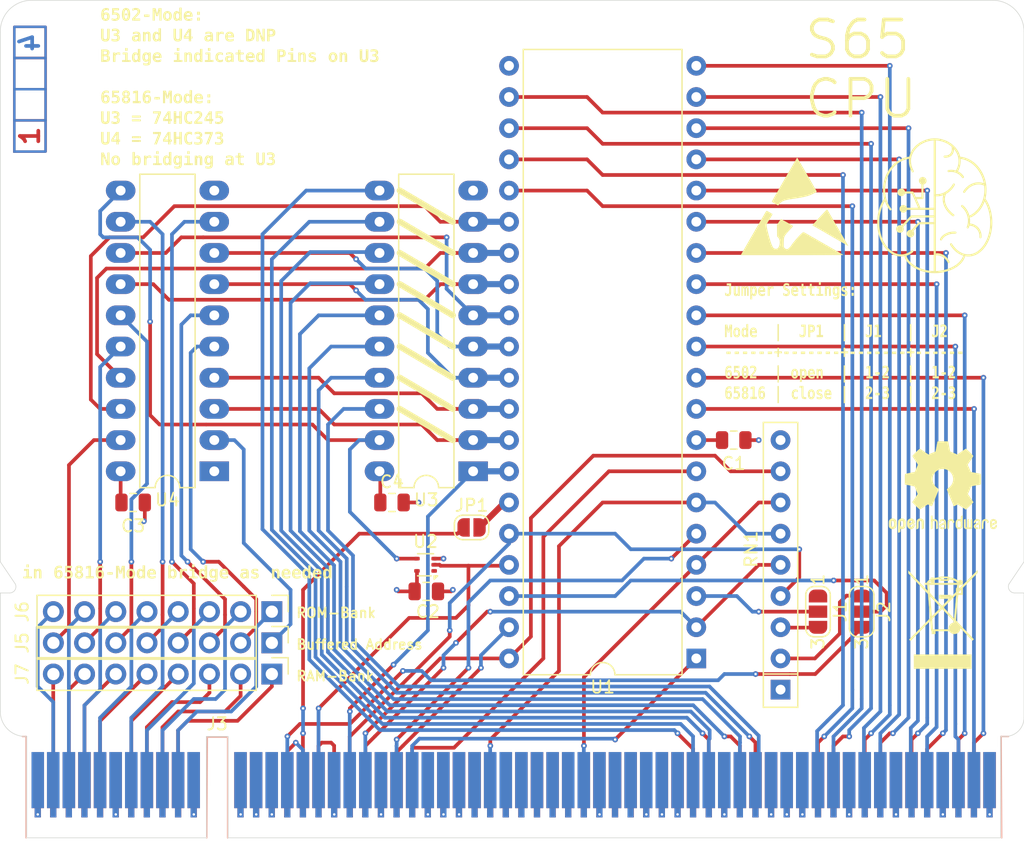
<source format=kicad_pcb>
(kicad_pcb (version 20240108) (generator "pcbnew") (generator_version "8.0")
  (layers (0 "F.Cu" signal) (1 "In1.Cu" power) (2 "In2.Cu" power) (31 "B.Cu" signal) (34 "B.Paste" user) (35 "F.Paste" user) (36 "B.SilkS" user "B.Silkscreen") (37 "F.SilkS" user "F.Silkscreen") (38 "B.Mask" user) (39 "F.Mask" user) (44 "Edge.Cuts" user))
  (net 0 "")
  (net 1 "+5V")
  (net 2 "GND")
  (net 3 "Net-(J1-Pin_3)")
  (net 4 "Net-(J1-Pin_2)")
  (net 6 "Net-(J2-Pin_1)")
  (net 7 "/M{slash}X")
  (net 8 "Net-(J2-Pin_2)")
  (net 9 "/CLK")
  (net 10 "/RAM_7")
  (net 11 "/RAM_2")
  (net 12 "/A7")
  (net 13 "/~{IRQ_4}")
  (net 14 "/A11")
  (net 15 "/A12")
  (net 16 "/E")
  (net 17 "/RAM_5")
  (net 18 "/ROM_4")
  (net 19 "/~{RES}")
  (net 20 "/D4")
  (net 21 "/A3")
  (net 22 "+9V")
  (net 23 "/ROM_2")
  (net 24 "/D6")
  (net 25 "/~{ROM}")
  (net 26 "/~{BE}")
  (net 27 "/~{IRQ_0.6}")
  (net 28 "/~{IRQ_0}")
  (net 29 "/A4")
  (net 30 "/D1")
  (net 31 "/D5")
  (net 32 "/~{IRQ_0.3}")
  (net 33 "/~{VP}")
  (net 34 "/D2")
  (net 35 "/R{slash}~{W}")
  (net 36 "/D7")
  (net 37 "/~{IRQ_3}")
  (net 38 "/D3")
  (net 39 "/RAM_4")
  (net 40 "/A0")
  (net 41 "/ROM_1")
  (net 42 "/A1")
  (net 43 "/ROM_7")
  (net 44 "/RAM_6")
  (net 45 "/ROM_3")
  (net 46 "/~{IRQ_0.4}")
  (net 47 "/ROM_0")
  (net 48 "/A10")
  (net 49 "/~{NMI}")
  (net 50 "/~{H_RAM}")
  (net 51 "/RAM_0")
  (net 52 "/~{ML}")
  (net 53 "/~{IRQ_0.0}")
  (net 54 "/A14")
  (net 55 "/~{IRQ_0.7}")
  (net 56 "/A9")
  (net 57 "/SYNC_VPA")
  (net 58 "/A5")
  (net 59 "/RAM_3")
  (net 60 "/A2")
  (net 61 "/~{RDY}")
  (net 62 "/PAGE")
  (net 63 "/Ø2{slash}VDA")
  (net 64 "/A15")
  (net 65 "/RAM_1")
  (net 66 "/~{IRQ_0.1}")
  (net 67 "/~{IRQ_1}")
  (net 68 "/A8")
  (net 69 "/A13")
  (net 70 "/ROM_6")
  (net 71 "/~{IRQ_2}")
  (net 72 "/ROM_5")
  (net 73 "/~{IRQ}")
  (net 74 "/A6")
  (net 75 "/~{IO}")
  (net 76 "/~{IRQ_0.5}")
  (net 77 "/D0")
  (net 78 "/~{IRQ_0.2}")
  (net 79 "/~{L_RAM}")
  (net 80 "/BA0")
  (net 81 "/BA2")
  (net 82 "/BA7")
  (net 83 "/BA6")
  (net 84 "/BA1")
  (net 85 "/BA3")
  (net 86 "/BA4")
  (net 87 "/BA5")
  (net 88 "Net-(JP1-B)")
  (net 91 "Net-(U3-CE)")
  (net 93 "Net-(U1-D7)")
  (net 94 "Net-(U1-D4)")
  (net 95 "Net-(U1-D3)")
  (net 96 "Net-(U1-D5)")
  (net 97 "Net-(U1-D1)")
  (net 98 "Net-(U1-D0)")
  (net 99 "Net-(U1-D2)")
  (net 100 "Net-(U1-D6)")
  (footprint "Package_TO_SOT_SMD:SOT-553" (layer "F.Cu") (at 147.131 107.942 180)
    (property "Reference" "U2")
    (property "Value" "74LVC1GU04DRL")
  )
  (footprint "Connector_PinHeader_2.54mm:PinHeader_1x08_P2.54mm_Vertical" (layer "F.Cu") (at 134.62 116.84 -90)
    (property "Reference" "J7")
    (property "Value" "Bank Bridge C")
  )
  (footprint "Eigene:logo" (layer "F.Cu") (at 188.595 78.74)
    (property "Reference" "G***" (hide yes))
    (property "Value" "LOGO" (hide yes))
  )
  (footprint "Package_DIP:DIP-40_W15.24mm" (layer "F.Cu") (at 169.164 115.57 180)
    (property "Reference" "U1")
    (property "Value" "65C02 / 65816")
  )
  (footprint "Capacitor_SMD:C_0805_2012Metric" (layer "F.Cu") (at 172.212 97.79)
    (property "Reference" "C1")
    (property "Value" "100n")
  )
  (footprint "Package_DIP:DIP-20_W7.62mm_LongPads" (layer "F.Cu") (at 129.936 100.33 180)
    (property "Reference" "U4")
    (property "Value" "74HC373")
  )
  (footprint "Capacitor_SMD:C_0805_2012Metric" (layer "F.Cu") (at 144.399 102.87)
    (property "Reference" "C4")
    (property "Value" "100n")
  )
  (footprint "Symbol:WEEE-Logo_5.6x8mm_SilkScreen" (layer "F.Cu") (at 189.23 112.395)
    (property "Reference" "REF**" (hide yes))
    (property "Value" "WEEE-Logo_5.6x8mm_SilkScreen" (hide yes))
  )
  (footprint "Symbol:ESD-Logo_8.9x8mm_SilkScreen" (layer "F.Cu") (at 177.165 78.74)
    (property "Reference" "REF**" (hide yes))
    (property "Value" "ESD-Logo_8.9x8mm_SilkScreen" (hide yes))
  )
  (footprint "Connector_PinHeader_2.54mm:PinHeader_1x08_P2.54mm_Vertical" (layer "F.Cu") (at 134.62 114.3 -90)
    (property "Reference" "J5")
    (property "Value" "Bank Bridge A")
  )
  (footprint "Resistor_THT:R_Array_SIP9" (layer "F.Cu") (at 176.022 118.11 90)
    (property "Reference" "RN1")
    (property "Value" "3k3")
  )
  (footprint "Capacitor_SMD:C_0805_2012Metric" (layer "F.Cu") (at 147.193 110.109)
    (property "Reference" "C2")
    (property "Value" "100n")
  )
  (footprint "Symbol:OSHW-Logo2_9.8x8mm_SilkScreen" (layer "F.Cu") (at 189.23 101.6)
    (property "Reference" "REF**" (hide yes))
    (property "Value" "OSHW-Logo2_9.8x8mm_SilkScreen" (hide yes))
  )
  (footprint "Jumper:SolderJumper-3_P1.3mm_Open_RoundedPad1.0x1.5mm_NumberLabels" (layer "F.Cu") (at 182.626 111.76 -90)
    (property "Reference" "J2")
    (property "Value" "SO/MX")
  )
  (footprint "Jumper:SolderJumper-2_P1.3mm_Open_RoundedPad1.0x1.5mm" (layer "F.Cu") (at 150.876 104.902)
    (property "Reference" "JP1")
    (property "Value" "E")
  )
  (footprint "Connector_PinHeader_2.54mm:PinHeader_1x08_P2.54mm_Vertical" (layer "F.Cu") (at 134.62 111.76 -90)
    (property "Reference" "J6")
    (property "Value" "Bank Bridge B")
  )
  (footprint "Capacitor_SMD:C_0805_2012Metric" (layer "F.Cu") (at 123.332 102.87)
    (property "Reference" "C3")
    (property "Value" "100n")
  )
  (footprint "Eigene:ladder_4" (layer "F.Cu") (at 114.935 69.215 90)
    (property "Reference" "Ref**" (hide yes))
    (property "Value" "Val**" (hide yes))
  )
  (footprint "Package_DIP:DIP-20_W7.62mm_LongPads" (layer "F.Cu") (at 151.003 100.33 180)
    (property "Reference" "U3")
    (property "Value" "74HC245")
  )
  (footprint "Jumper:SolderJumper-3_P1.3mm_Open_RoundedPad1.0x1.5mm_NumberLabels" (layer "F.Cu") (at 179.07 111.76 -90)
    (property "Reference" "J1")
    (property "Value" "ABORT")
  )
  (footprint "Connector_PCBEdge:BUS_PCI" (layer "B.Cu") (at 154.3 126.806 180)
    (property "Reference" "J3")
    (property "Value" "Bus_PCI_6502")
  )
  (gr_line (start 149.352 97.79) (end 145.034 95.25) (stroke (width 0.5)) (layer "F.SilkS"))
  (gr_line (start 149.352 80.01) (end 145.034 77.47) (stroke (width 0.5)) (layer "F.SilkS"))
  (gr_line (start 149.352 95.25) (end 145.034 92.71) (stroke (width 0.5)) (layer "F.SilkS"))
  (gr_line (start 149.352 85.09) (end 145.034 82.55) (stroke (width 0.5)) (layer "F.SilkS"))
  (gr_line (start 149.352 87.63) (end 145.034 85.09) (stroke (width 0.5)) (layer "F.SilkS"))
  (gr_line (start 149.352 82.55) (end 145.034 80.01) (stroke (width 0.5)) (layer "F.SilkS"))
  (gr_line (start 149.352 92.71) (end 145.034 90.17) (stroke (width 0.5)) (layer "F.SilkS"))
  (gr_line (start 149.352 90.17) (end 145.034 87.63) (stroke (width 0.5)) (layer "F.SilkS"))
  (gr_line (start 114.681 130.175) (end 129.286 130.175) (stroke (width 0.05)) (layer "Edge.Cuts"))
  (gr_line (start 112.522 107.696) (end 113.738369 109.500815) (stroke (width 0.05)) (layer "Edge.Cuts"))
  (gr_line (start 114.554 121.92) (end 114.681 121.92) (stroke (width 0.05)) (layer "Edge.Cuts"))
  (gr_line (start 195.834 110.236) (end 195.834 120.396) (stroke (width 0.05)) (layer "Edge.Cuts"))
  (gr_line (start 129.286 121.92) (end 131.064 121.92) (stroke (width 0.05)) (layer "Edge.Cuts"))
  (gr_line (start 129.286 130.175) (end 129.286 121.92) (stroke (width 0.05)) (layer "Edge.Cuts"))
  (gr_line (start 115.062 61.976) (end 193.294 61.976) (stroke (width 0.05)) (layer "Edge.Cuts"))
  (gr_arc (start 113.738369 109.500815) (mid 113.716131 109.995071) (end 113.284 110.236) (stroke (width 0.05)) (layer "Edge.Cuts"))
  (gr_line (start 112.522 119.888) (end 112.522 110.236) (stroke (width 0.05)) (layer "Edge.Cuts"))
  (gr_line (start 193.929 121.92) (end 194.31 121.92) (stroke (width 0.05)) (layer "Edge.Cuts"))
  (gr_line (start 195.834 110.236) (end 195.072 110.236) (stroke (width 0.05)) (layer "Edge.Cuts"))
  (gr_line (start 113.284 110.236) (end 112.522 110.236) (stroke (width 0.05)) (layer "Edge.Cuts"))
  (gr_line (start 112.522 107.696) (end 112.522 64.516) (stroke (width 0.05)) (layer "Edge.Cuts"))
  (gr_arc (start 114.554 121.92) (mid 113.117159 121.324841) (end 112.522 119.888) (stroke (width 0.05)) (layer "Edge.Cuts"))
  (gr_arc (start 195.072 110.236) (mid 194.639868 109.995072) (end 194.617631 109.500815) (stroke (width 0.05)) (layer "Edge.Cuts"))
  (gr_arc (start 112.522 64.516) (mid 113.265949 62.719949) (end 115.062 61.976) (stroke (width 0.05)) (layer "Edge.Cuts"))
  (gr_line (start 193.929 130.175) (end 193.929 121.92) (stroke (width 0.05)) (layer "Edge.Cuts"))
  (gr_line (start 194.617631 109.500815) (end 195.834 107.696) (stroke (width 0.05)) (layer "Edge.Cuts"))
  (gr_line (start 114.681 121.92) (end 114.681 130.175) (stroke (width 0.05)) (layer "Edge.Cuts"))
  (gr_arc (start 193.294 61.976) (mid 195.090051 62.719949) (end 195.834 64.516) (stroke (width 0.05)) (layer "Edge.Cuts"))
  (gr_line (start 195.834 107.696) (end 195.834 64.516) (stroke (width 0.05)) (layer "Edge.Cuts"))
  (gr_arc (start 195.834 120.396) (mid 195.387631 121.473631) (end 194.31 121.92) (stroke (width 0.05)) (layer "Edge.Cuts"))
  (gr_line (start 131.064 130.175) (end 193.929 130.175) (stroke (width 0.05)) (layer "Edge.Cuts"))
  (gr_line (start 131.064 121.92) (end 131.064 130.175) (stroke (width 0.05)) (layer "Edge.Cuts"))
  (gr_text "6502-Mode:\nU3 and U4 are DNP\nBridge indicated Pins on U3\n\n65816-Mode:\nU3 = 74HC245\nU4 = 74HC373\nNo bridging at U3" (at 120.65 75.565 0) (layer "F.SilkS") (effects (font (size 1 1) (thickness 0.16) (bold yes)) (justify left bottom)))
  (gr_text "in 65816-Mode bridge as needed" (at 114.3 109.22 0) (layer "F.SilkS") (effects (font (size 1 1) (thickness 0.16) (bold yes)) (justify left bottom)))
  (gr_text "ROM-Bank\n\nBuffered Address\n\nRAM-Bank" (at 136.525 117.475 0) (layer "F.SilkS") (effects (font (size 0.8 0.8) (thickness 0.15) (bold yes)) (justify left bottom)))
  (gr_text "Jumper Settings:\n\nMode  |  JP1  |  J1   |  J2\n------+-------+-------+------\n6502  | open  |  1-2  |  1-2\n65816 | close |  2-3  |  2-3 " (at 171.45 94.615 0) (layer "F.SilkS") (effects (font (size 1 0.8) (thickness 0.16) (bold yes)) (justify left bottom)))
  (gr_text "S65\nCPU" (at 177.8 71.755 0) (layer "F.SilkS") (effects (font (size 3 3) (thickness 0.3)) (justify left bottom)))
  (segment (start 144.907 110.109) (end 144.78 109.982) (width 0.3) (layer "F.Cu") (net 1))
  (segment (start 143.449 100.396) (end 143.383 100.33) (width 0.3) (layer "F.Cu") (net 1))
  (segment (start 171.262 97.79) (end 169.164 97.79) (width 0.3) (layer "F.Cu") (net 1))
  (segment (start 146.431 108.442) (end 146.431 109.921) (width 0.3) (layer "F.Cu") (net 1))
  (segment (start 143.449 102.87) (end 143.449 100.396) (width 0.3) (layer "F.Cu") (net 1))
  (segment (start 146.243 110.109) (end 144.907 110.109) (width 0.3) (layer "F.Cu") (net 1))
  (segment (start 122.316 100.33) (end 122.316 102.804) (width 0.3) (layer "F.Cu") (net 1))
  (segment (start 122.316 102.804) (end 122.382 102.87) (width 0.3) (layer "F.Cu") (net 1))
  (segment (start 146.431 109.921) (end 146.243 110.109) (width 0.3) (layer "F.Cu") (net 1))
  (via (at 176.53 128.27) (size 0.46) (drill 0.2) (layers "F.Cu" "B.Cu") (net 1))
  (via (at 144.78 109.982) (size 0.46) (drill 0.2) (layers "F.Cu" "B.Cu") (net 1))
  (via (at 148.59 128.27) (size 0.46) (drill 0.2) (layers "F.Cu" "B.Cu") (net 1))
  (via (at 166.37 128.27) (size 0.46) (drill 0.2) (layers "F.Cu" "B.Cu") (net 1))
  (via (at 134.62 128.27) (size 0.46) (drill 0.2) (layers "F.Cu" "B.Cu") (net 1))
  (segment (start 147.831 107.442) (end 148.59 107.442) (width 0.3) (layer "F.Cu") (net 2))
  (segment (start 124.282 102.87) (end 124.282 104.318) (width 0.3) (layer "F.Cu") (net 2))
  (segment (start 148.143 110.109) (end 149.225 110.109) (width 0.3) (layer "F.Cu") (net 2))
  (segment (start 139.446 122.428) (end 139.69 122.672) (width 0.3) (layer "F.Cu") (net 2))
  (segment (start 124.282 104.318) (end 124.206 104.394) (width 0.3) (layer "F.Cu") (net 2))
  (segment (start 145.349 102.87) (end 146.558 102.87) (width 0.3) (layer "F.Cu") (net 2))
  (segment (start 138.42 122.692) (end 138.684 122.428) (width 0.3) (layer "F.Cu") (net 2))
  (segment (start 138.42 125.476) (end 138.42 122.692) (width 0.3) (layer "F.Cu") (net 2))
  (segment (start 149.225 110.109) (end 149.352 109.982) (width 0.3) (layer "F.Cu") (net 2))
  (segment (start 173.162 97.79) (end 174.244 97.79) (width 0.3) (layer "F.Cu") (net 2))
  (segment (start 135.88 123.118) (end 136.57 122.428) (width 0.3) (layer "F.Cu") (net 2))
  (segment (start 138.684 122.428) (end 139.446 122.428) (width 0.3) (layer "F.Cu") (net 2))
  (segment (start 139.69 122.672) (end 139.69 125.476) (width 0.3) (layer "F.Cu") (net 2))
  (segment (start 135.88 125.476) (end 135.88 123.118) (width 0.3) (layer "F.Cu") (net 2))
  (via (at 139.7 128.27) (size 0.46) (drill 0.2) (layers "F.Cu" "B.Cu") (net 2))
  (via (at 181.61 128.27) (size 0.46) (drill 0.2) (layers "F.Cu" "B.Cu") (net 2))
  (via (at 124.206 104.394) (size 0.46) (drill 0.2) (layers "F.Cu" "B.Cu") (net 2))
  (via (at 149.86 128.27) (size 0.46) (drill 0.2) (layers "F.Cu" "B.Cu") (net 2))
  (via (at 121.92 128.27) (size 0.46) (drill 0.2) (layers "F.Cu" "B.Cu") (net 2))
  (via (at 143.51 128.27) (size 0.46) (drill 0.2) (layers "F.Cu" "B.Cu") (net 2))
  (via (at 167.64 128.27) (size 0.46) (drill 0.2) (layers "F.Cu" "B.Cu") (net 2))
  (via (at 165.1 128.27) (size 0.46) (drill 0.2) (layers "F.Cu" "B.Cu") (net 2))
  (via (at 147.32 128.27) (size 0.46) (drill 0.2) (layers "F.Cu" "B.Cu") (net 2))
  (via (at 149.352 109.982) (size 0.46) (drill 0.2) (layers "F.Cu" "B.Cu") (net 2))
  (via (at 133.35 128.27) (size 0.46) (drill 0.2) (layers "F.Cu" "B.Cu") (net 2))
  (via (at 193.04 128.27) (size 0.46) (drill 0.2) (layers "F.Cu" "B.Cu") (net 2))
  (via (at 136.57 122.428) (size 0.46) (drill 0.2) (layers "F.Cu" "B.Cu") (net 2))
  (via (at 148.59 107.442) (size 0.46) (drill 0.2) (layers "F.Cu" "B.Cu") (net 2))
  (via (at 161.29 128.27) (size 0.46) (drill 0.2) (layers "F.Cu" "B.Cu") (net 2))
  (via (at 174.244 97.79) (size 0.46) (drill 0.2) (layers "F.Cu" "B.Cu") (net 2))
  (via (at 189.23 128.27) (size 0.46) (drill 0.2) (layers "F.Cu" "B.Cu") (net 2))
  (via (at 175.26 128.27) (size 0.46) (drill 0.2) (layers "F.Cu" "B.Cu") (net 2))
  (via (at 146.558 102.87) (size 0.46) (drill 0.2) (layers "F.Cu" "B.Cu") (net 2))
  (via (at 177.8 128.27) (size 0.46) (drill 0.2) (layers "F.Cu" "B.Cu") (net 2))
  (via (at 115.57 128.27) (size 0.46) (drill 0.2) (layers "F.Cu" "B.Cu") (net 2))
  (via (at 171.45 128.27) (size 0.46) (drill 0.2) (layers "F.Cu" "B.Cu") (net 2))
  (via (at 128.27 128.27) (size 0.46) (drill 0.2) (layers "F.Cu" "B.Cu") (net 2))
  (via (at 185.42 128.27) (size 0.46) (drill 0.2) (layers "F.Cu" "B.Cu") (net 2))
  (segment (start 137.15 123.008) (end 136.57 122.428) (width 0.3) (layer "B.Cu") (net 2))
  (segment (start 137.15 125.476) (end 137.15 123.008) (width 0.3) (layer "B.Cu") (net 2))
  (segment (start 176.052 113.06) (end 176.022 113.03) (width 0.3) (layer "F.Cu") (net 3))
  (segment (start 179.07 113.06) (end 176.052 113.06) (width 0.3) (layer "F.Cu") (net 3))
  (segment (start 179.07 111.76) (end 174.244 111.76) (width 0.3) (layer "F.Cu") (net 4))
  (via (at 174.244 111.76) (size 0.46) (drill 0.2) (layers "F.Cu" "B.Cu") (net 4))
  (segment (start 173.736 111.76) (end 172.466 110.49) (width 0.3) (layer "B.Cu") (net 4))
  (segment (start 172.466 110.49) (end 169.164 110.49) (width 0.3) (layer "B.Cu") (net 4))
  (segment (start 174.244 111.76) (end 173.736 111.76) (width 0.3) (layer "B.Cu") (net 4))
  (segment (start 181.386 110.46) (end 180.848 110.998) (width 0.3) (layer "F.Cu") (net 6))
  (segment (start 180.848 113.538) (end 178.816 115.57) (width 0.3) (layer "F.Cu") (net 6))
  (segment (start 180.848 110.998) (end 180.848 113.538) (width 0.3) (layer "F.Cu") (net 6))
  (segment (start 178.816 115.57) (end 176.022 115.57) (width 0.3) (layer "F.Cu") (net 6))
  (segment (start 182.626 110.46) (end 181.386 110.46) (width 0.3) (layer "F.Cu") (net 6))
  (segment (start 182.626 113.06) (end 178.846 116.84) (width 0.3) (layer "F.Cu") (net 7))
  (segment (start 176.784 116.84) (end 173.99 116.84) (width 0.3) (layer "F.Cu") (net 7))
  (segment (start 136.906 120.904) (end 135.89 121.92) (width 0.3) (layer "F.Cu") (net 7))
  (segment (start 140.97 120.904) (end 136.906 120.904) (width 0.3) (layer "F.Cu") (net 7))
  (segment (start 178.846 116.84) (end 176.784 116.84) (width 0.3) (layer "F.Cu") (net 7))
  (segment (start 145.288 116.586) (end 140.97 120.904) (width 0.3) (layer "F.Cu") (net 7))
  (via (at 145.288 116.586) (size 0.46) (drill 0.2) (layers "F.Cu" "B.Cu") (net 7))
  (via (at 135.89 121.92) (size 0.46) (drill 0.2) (layers "F.Cu" "B.Cu") (net 7))
  (via (at 173.99 116.84) (size 0.46) (drill 0.2) (layers "F.Cu" "B.Cu") (net 7))
  (segment (start 145.288 116.586) (end 146.812 116.586) (width 0.3) (layer "B.Cu") (net 7))
  (segment (start 171.45 116.84) (end 173.99 116.84) (width 0.3) (layer "B.Cu") (net 7))
  (segment (start 170.942 117.348) (end 171.45 116.84) (width 0.3) (layer "B.Cu") (net 7))
  (segment (start 135.89 121.92) (end 135.88 121.93) (width 0.3) (layer "B.Cu") (net 7))
  (segment (start 135.88 121.93) (end 135.88 125.476) (width 0.3) (layer "B.Cu") (net 7))
  (segment (start 146.812 116.586) (end 147.574 117.348) (width 0.3) (layer "B.Cu") (net 7))
  (segment (start 147.574 117.348) (end 170.942 117.348) (width 0.3) (layer "B.Cu") (net 7))
  (segment (start 184.15 111.76) (end 182.626 111.76) (width 0.3) (layer "F.Cu") (net 8))
  (segment (start 183.642 109.22) (end 184.658 110.236) (width 0.3) (layer "F.Cu") (net 8))
  (segment (start 180.34 109.22) (end 183.642 109.22) (width 0.3) (layer "F.Cu") (net 8))
  (segment (start 184.658 110.236) (end 184.658 111.252) (width 0.3) (layer "F.Cu") (net 8))
  (segment (start 184.658 111.252) (end 184.15 111.76) (width 0.3) (layer "F.Cu") (net 8))
  (via (at 180.34 109.22) (size 0.46) (drill 0.2) (layers "F.Cu" "B.Cu") (net 8))
  (segment (start 163.576 109.474) (end 163.83 109.22) (width 0.3) (layer "B.Cu") (net 8))
  (segment (start 163.83 109.22) (end 170.18 109.22) (width 0.3) (layer "B.Cu") (net 8))
  (segment (start 170.18 109.22) (end 180.34 109.22) (width 0.3) (layer "B.Cu") (net 8))
  (segment (start 162.56 110.49) (end 163.576 109.474) (width 0.3) (layer "B.Cu") (net 8))
  (segment (start 153.924 110.49) (end 162.56 110.49) (width 0.3) (layer "B.Cu") (net 8))
  (segment (start 147.831 107.942) (end 148.269756 107.942) (width 0.3) (layer "F.Cu") (net 9))
  (segment (start 149.606 112.268) (end 150.622 111.252) (width 0.3) (layer "F.Cu") (net 9))
  (segment (start 148.349756 108.022) (end 150.622 108.022) (width 0.3) (layer "F.Cu") (net 9))
  (segment (start 148.269756 107.942) (end 148.349756 108.022) (width 0.3) (layer "F.Cu") (net 9))
  (segment (start 153.852 108.022) (end 153.924 107.95) (width 0.3) (layer "F.Cu") (net 9))
  (segment (start 138.43 119.634) (end 145.796 112.268) (width 0.3) (layer "F.Cu") (net 9))
  (segment (start 145.796 112.268) (end 149.606 112.268) (width 0.3) (layer "F.Cu") (net 9))
  (segment (start 150.622 108.022) (end 153.852 108.022) (width 0.3) (layer "F.Cu") (net 9))
  (segment (start 150.622 111.252) (end 150.622 108.022) (width 0.3) (layer "F.Cu") (net 9))
  (via (at 138.43 119.634) (size 0.46) (drill 0.2) (layers "F.Cu" "B.Cu") (net 9))
  (segment (start 138.42 119.644) (end 138.43 119.634) (width 0.3) (layer "B.Cu") (net 9))
  (segment (start 138.42 125.476) (end 138.42 119.644) (width 0.3) (layer "B.Cu") (net 9))
  (segment (start 116.83 116.85) (end 116.84 116.84) (width 0.3) (layer "F.Cu") (net 10))
  (segment (start 116.83 125.476) (end 116.83 116.85) (width 0.3) (layer "F.Cu") (net 10))
  (segment (start 124.45 121.168) (end 124.45 125.476) (width 0.3) (layer "F.Cu") (net 11))
  (segment (start 129.54 118.364) (end 128.778 119.126) (width 0.3) (layer "F.Cu") (net 11))
  (segment (start 126.492 119.126) (end 124.45 121.168) (width 0.3) (layer "F.Cu") (net 11))
  (segment (start 129.54 116.84) (end 129.54 118.364) (width 0.3) (layer "F.Cu") (net 11))
  (segment (start 128.778 119.126) (end 126.492 119.126) (width 0.3) (layer "F.Cu") (net 11))
  (segment (start 187.96 77.47) (end 169.164 77.47) (width 0.3) (layer "F.Cu") (net 12))
  (segment (start 186.68 122.184) (end 187.198 121.666) (width 0.3) (layer "F.Cu") (net 12))
  (segment (start 186.68 125.476) (end 186.68 122.184) (width 0.3) (layer "F.Cu") (net 12))
  (via (at 187.198 121.666) (size 0.46) (drill 0.2) (layers "F.Cu" "B.Cu") (net 12))
  (via (at 187.96 77.47) (size 0.46) (drill 0.2) (layers "F.Cu" "B.Cu") (net 12))
  (segment (start 187.96 120.396) (end 187.96 77.47) (width 0.3) (layer "B.Cu") (net 12))
  (segment (start 187.96 120.904) (end 187.96 120.396) (width 0.3) (layer "B.Cu") (net 12))
  (segment (start 187.198 121.666) (end 187.96 120.904) (width 0.3) (layer "B.Cu") (net 12))
  (segment (start 182.87 125.476) (end 182.87 122.184) (width 0.3) (layer "F.Cu") (net 14))
  (segment (start 184.912 67.31) (end 169.164 67.31) (width 0.3) (layer "F.Cu") (net 14))
  (segment (start 182.87 122.184) (end 183.388 121.666) (width 0.3) (layer "F.Cu") (net 14))
  (via (at 183.388 121.666) (size 0.46) (drill 0.2) (layers "F.Cu" "B.Cu") (net 14))
  (via (at 184.912 67.31) (size 0.46) (drill 0.2) (layers "F.Cu" "B.Cu") (net 14))
  (segment (start 183.388 121.666) (end 184.912 120.142) (width 0.3) (layer "B.Cu") (net 14))
  (segment (start 184.912 119.38) (end 184.912 67.31) (width 0.3) (layer "B.Cu") (net 14))
  (segment (start 184.912 120.142) (end 184.912 119.38) (width 0.3) (layer "B.Cu") (net 14))
  (segment (start 161.544 71.12) (end 160.274 69.85) (width 0.3) (layer "F.Cu") (net 15))
  (segment (start 182.626 71.12) (end 161.544 71.12) (width 0.3) (layer "F.Cu") (net 15))
  (segment (start 160.274 69.85) (end 153.924 69.85) (width 0.3) (layer "F.Cu") (net 15))
  (via (at 182.626 71.12) (size 0.46) (drill 0.2) (layers "F.Cu" "B.Cu") (net 15))
  (segment (start 180.33 121.93) (end 181.864 120.396) (width 0.3) (layer "B.Cu") (net 15))
  (segment (start 182.626 119.634) (end 182.626 118.872) (width 0.3) (layer "B.Cu") (net 15))
  (segment (start 181.864 120.396) (end 182.626 119.634) (width 0.3) (layer "B.Cu") (net 15))
  (segment (start 180.33 125.476) (end 180.33 121.93) (width 0.3) (layer "B.Cu") (net 15))
  (segment (start 182.626 118.872) (end 182.626 71.12) (width 0.3) (layer "B.Cu") (net 15))
  (segment (start 137.16 121.666) (end 137.15 121.676) (width 0.3) (layer "F.Cu") (net 16))
  (segment (start 137.16 109.982) (end 141.732 105.41) (width 0.3) (layer "F.Cu") (net 16))
  (segment (start 137.15 121.676) (end 137.15 125.476) (width 0.3) (layer "F.Cu") (net 16))
  (segment (start 137.16 119.634) (end 137.16 109.982) (width 0.3) (layer "F.Cu") (net 16))
  (segment (start 141.732 105.41) (end 149.718 105.41) (width 0.3) (layer "F.Cu") (net 16))
  (segment (start 149.718 105.41) (end 150.226 104.902) (width 0.3) (layer "F.Cu") (net 16))
  (via (at 137.16 121.666) (size 0.46) (drill 0.2) (layers "F.Cu" "B.Cu") (net 16))
  (via (at 137.16 119.634) (size 0.46) (drill 0.2) (layers "F.Cu" "B.Cu") (net 16))
  (segment (start 137.16 121.666) (end 137.16 119.634) (width 0.3) (layer "B.Cu") (net 16))
  (segment (start 119.37 119.39) (end 119.37 125.476) (width 0.3) (layer "F.Cu") (net 17))
  (segment (start 121.92 116.84) (end 119.37 119.39) (width 0.3) (layer "F.Cu") (net 17))
  (segment (start 123.19 113.03) (end 124.46 111.76) (width 0.3) (layer "B.Cu") (net 18))
  (segment (start 120.64 125.476) (end 120.64 120.406) (width 0.3) (layer "B.Cu") (net 18))
  (segment (start 123.19 117.856) (end 123.19 113.03) (width 0.3) (layer "B.Cu") (net 18))
  (segment (start 120.64 120.406) (end 123.19 117.856) (width 0.3) (layer "B.Cu") (net 18))
  (segment (start 153.924 115.57) (end 148.336 115.57) (width 0.3) (layer "F.Cu") (net 19))
  (segment (start 148.336 115.57) (end 142.24 121.666) (width 0.3) (layer "F.Cu") (net 19))
  (segment (start 176.022 100.33) (end 171.958 100.33) (width 0.3) (layer "F.Cu") (net 19))
  (segment (start 171.958 100.33) (end 170.688 99.06) (width 0.3) (layer "F.Cu") (net 19))
  (segment (start 155.702 113.792) (end 153.924 115.57) (width 0.3) (layer "F.Cu") (net 19))
  (segment (start 155.702 104.14) (end 155.702 113.792) (width 0.3) (layer "F.Cu") (net 19))
  (segment (start 160.782 99.06) (end 155.702 104.14) (width 0.3) (layer "F.Cu") (net 19))
  (segment (start 170.688 99.06) (end 160.782 99.06) (width 0.3) (layer "F.Cu") (net 19))
  (via (at 142.24 121.666) (size 0.46) (drill 0.2) (layers "F.Cu" "B.Cu") (net 19))
  (segment (start 142.23 121.676) (end 142.23 125.476) (width 0.3) (layer "B.Cu") (net 19))
  (segment (start 142.24 121.666) (end 142.23 121.676) (width 0.3) (layer "B.Cu") (net 19))
  (segment (start 139.184 108.196) (end 139.184 115.054) (width 0.3) (layer "B.Cu") (net 20))
  (segment (start 136.144 86.614) (end 136.144 105.156) (width 0.3) (layer "B.Cu") (net 20))
  (segment (start 170.252 122.102) (end 170.18 122.174) (width 0.3) (layer "B.Cu") (net 20))
  (segment (start 143.383 85.09) (end 143.311 85.018) (width 0.3) (layer "B.Cu") (net 20))
  (segment (start 139.184 115.054) (end 144.018 119.888) (width 0.3) (layer "B.Cu") (net 20))
  (segment (start 170.252 121.425756) (end 170.252 122.102) (width 0.3) (layer "B.Cu") (net 20))
  (segment (start 144.018 119.888) (end 168.714244 119.888) (width 0.3) (layer "B.Cu") (net 20))
  (segment (start 170.18 122.174) (end 170.18 125.476) (width 0.3) (layer "B.Cu") (net 20))
  (segment (start 137.74 85.018) (end 136.144 86.614) (width 0.3) (layer "B.Cu") (net 20))
  (segment (start 136.144 105.156) (end 139.184 108.196) (width 0.3) (layer "B.Cu") (net 20))
  (segment (start 143.311 85.018) (end 137.74 85.018) (width 0.3) (layer "B.Cu") (net 20))
  (segment (start 168.714244 119.888) (end 170.252 121.425756) (width 0.3) (layer "B.Cu") (net 20))
  (segment (start 191.008 87.63) (end 169.164 87.63) (width 0.3) (layer "F.Cu") (net 21))
  (segment (start 190.5 122.174) (end 191.008 121.666) (width 0.3) (layer "F.Cu") (net 21))
  (segment (start 190.5 125.476) (end 190.5 122.174) (width 0.3) (layer "F.Cu") (net 21))
  (via (at 191.008 87.63) (size 0.46) (drill 0.2) (layers "F.Cu" "B.Cu") (net 21))
  (via (at 191.008 121.666) (size 0.46) (drill 0.2) (layers "F.Cu" "B.Cu") (net 21))
  (segment (start 191.008 121.666) (end 191.008 87.63) (width 0.3) (layer "B.Cu") (net 21))
  (via (at 132.08 128.27) (size 0.46) (drill 0.2) (layers "F.Cu" "B.Cu") (net 22))
  (segment (start 124.45 125.476) (end 124.45 121.422) (width 0.3) (layer "B.Cu") (net 23))
  (segment (start 124.45 121.422) (end 128.27 117.602) (width 0.3) (layer "B.Cu") (net 23))
  (segment (start 128.27 117.602) (end 128.27 113.03) (width 0.3) (layer "B.Cu") (net 23))
  (segment (start 128.27 113.03) (end 129.54 111.76) (width 0.3) (layer "B.Cu") (net 23))
  (segment (start 168.9 121.91) (end 168.9 125.476) (width 0.3) (layer "B.Cu") (net 24))
  (segment (start 143.383 80.01) (end 137.668 80.01) (width 0.3) (layer "B.Cu") (net 24))
  (segment (start 134.62 83.058) (end 134.62 105.101106) (width 0.3) (layer "B.Cu") (net 24))
  (segment (start 137.668 80.01) (end 134.62 83.058) (width 0.3) (layer "B.Cu") (net 24))
  (segment (start 134.62 105.101106) (end 138.176 108.657106) (width 0.3) (layer "B.Cu") (net 24))
  (segment (start 167.894 120.904) (end 168.9 121.91) (width 0.3) (layer "B.Cu") (net 24))
  (segment (start 138.176 115.460214) (end 143.619786 120.904) (width 0.3) (layer "B.Cu") (net 24))
  (segment (start 138.176 108.657106) (end 138.176 115.460214) (width 0.3) (layer "B.Cu") (net 24))
  (segment (start 143.619786 120.904) (end 167.894 120.904) (width 0.3) (layer "B.Cu") (net 24))
  (segment (start 149.098 113.284) (end 149.098 113.792) (width 0.3) (layer "F.Cu") (net 26))
  (segment (start 149.098 113.792) (end 140.96 121.93) (width 0.3) (layer "F.Cu") (net 26))
  (segment (start 140.96 121.93) (end 140.96 125.476) (width 0.3) (layer "F.Cu") (net 26))
  (segment (start 177.546 108.966) (end 176.022 110.49) (width 0.3) (layer "F.Cu") (net 26))
  (segment (start 177.546 106.68) (end 177.546 108.966) (width 0.3) (layer "F.Cu") (net 26))
  (via (at 149.098 113.284) (size 0.46) (drill 0.2) (layers "F.Cu" "B.Cu") (net 26))
  (via (at 177.546 106.68) (size 0.46) (drill 0.2) (layers "F.Cu" "B.Cu") (net 26))
  (segment (start 149.098 113.284) (end 149.098 111.056244) (width 0.3) (layer "B.Cu") (net 26))
  (segment (start 149.098 111.056244) (end 153.924 106.230244) (width 0.3) (layer "B.Cu") (net 26))
  (segment (start 153.924 106.230244) (end 153.924 105.41) (width 0.3) (layer "B.Cu") (net 26))
  (segment (start 162.56 105.41) (end 163.83 106.68) (width 0.3) (layer "B.Cu") (net 26))
  (segment (start 163.83 106.68) (end 177.546 106.68) (width 0.3) (layer "B.Cu") (net 26))
  (segment (start 153.924 105.41) (end 162.56 105.41) (width 0.3) (layer "B.Cu") (net 26))
  (segment (start 188.722 85.09) (end 169.164 85.09) (width 0.3) (layer "F.Cu") (net 29))
  (via (at 188.722 85.09) (size 0.46) (drill 0.2) (layers "F.Cu" "B.Cu") (net 29))
  (segment (start 188.722 85.09) (end 188.722 121.158) (width 0.3) (layer "B.Cu") (net 29))
  (segment (start 187.95 121.93) (end 187.95 125.476) (width 0.3) (layer "B.Cu") (net 29))
  (segment (start 188.722 121.158) (end 187.95 121.93) (width 0.3) (layer "B.Cu") (net 29))
  (segment (start 173.98 122.418) (end 173.98 125.476) (width 0.3) (layer "F.Cu") (net 30))
  (segment (start 173.482 121.92) (end 173.98 122.418) (width 0.3) (layer "F.Cu") (net 30))
  (via (at 173.482 121.92) (size 0.46) (drill 0.2) (layers "F.Cu" "B.Cu") (net 30))
  (segment (start 142.494 116.078) (end 144.78 118.364) (width 0.3) (layer "B.Cu") (net 30))
  (segment (start 140.716 107.442) (end 140.716 109.728) (width 0.3) (layer "B.Cu") (net 30))
  (segment (start 139.446 92.71) (end 138.43 93.726) (width 0.3) (layer "B.Cu") (net 30))
  (segment (start 140.208 106.934) (end 140.716 107.442) (width 0.3) (layer "B.Cu") (net 30))
  (segment (start 169.926 118.364) (end 173.482 121.92) (width 0.3) (layer "B.Cu") (net 30))
  (segment (start 138.43 105.156) (end 140.208 106.934) (width 0.3) (layer "B.Cu") (net 30))
  (segment (start 140.716 114.3) (end 142.494 116.078) (width 0.3) (layer "B.Cu") (net 30))
  (segment (start 143.383 92.71) (end 139.446 92.71) (width 0.3) (layer "B.Cu") (net 30))
  (segment (start 138.43 93.726) (end 138.43 105.156) (width 0.3) (layer "B.Cu") (net 30))
  (segment (start 149.352 118.364) (end 169.926 118.364) (width 0.3) (layer "B.Cu") (net 30))
  (segment (start 140.716 109.728) (end 140.716 114.3) (width 0.3) (layer "B.Cu") (net 30))
  (segment (start 144.78 118.364) (end 149.352 118.364) (width 0.3) (layer "B.Cu") (net 30))
  (segment (start 169.672 121.666) (end 170.18 122.174) (width 0.3) (layer "F.Cu") (net 31))
  (segment (start 170.18 122.174) (end 170.18 125.476) (width 0.3) (layer "F.Cu") (net 31))
  (via (at 169.672 121.666) (size 0.46) (drill 0.2) (layers "F.Cu" "B.Cu") (net 31))
  (segment (start 135.382 84.836) (end 135.382 105.156) (width 0.3) (layer "B.Cu") (net 31))
  (segment (start 143.311 82.478) (end 137.74 82.478) (width 0.3) (layer "B.Cu") (net 31))
  (segment (start 138.684 108.458) (end 138.684 115.261107) (width 0.3) (layer "B.Cu") (net 31))
  (segment (start 135.382 105.156) (end 138.684 108.458) (width 0.3) (layer "B.Cu") (net 31))
  (segment (start 137.74 82.478) (end 135.382 84.836) (width 0.3) (layer "B.Cu") (net 31))
  (segment (start 143.818893 120.396) (end 168.402 120.396) (width 0.3) (layer "B.Cu") (net 31))
  (segment (start 143.383 82.55) (end 143.311 82.478) (width 0.3) (layer "B.Cu") (net 31))
  (segment (start 138.684 115.261107) (end 143.818893 120.396) (width 0.3) (layer "B.Cu") (net 31))
  (segment (start 168.402 120.396) (end 169.672 121.666) (width 0.3) (layer "B.Cu") (net 31))
  (segment (start 169.164 115.57) (end 162.56 122.174) (width 0.3) (layer "F.Cu") (net 33))
  (via (at 162.56 122.174) (size 0.46) (drill 0.2) (layers "F.Cu" "B.Cu") (net 33))
  (segment (start 162.488 122.102) (end 146.63 122.102) (width 0.3) (layer "B.Cu") (net 33))
  (segment (start 146.04 122.692) (end 146.04 125.476) (width 0.3) (layer "B.Cu") (net 33))
  (segment (start 162.56 122.174) (end 162.488 122.102) (width 0.3) (layer "B.Cu") (net 33))
  (segment (start 146.63 122.102) (end 146.04 122.692) (width 0.3) (layer "B.Cu") (net 33))
  (segment (start 143.383 90.17) (end 139.446 90.17) (width 0.3) (layer "B.Cu") (net 34))
  (segment (start 169.68 118.88) (end 172.72 121.92) (width 0.3) (layer "B.Cu") (net 34))
  (segment (start 140.208 107.696) (end 140.208 114.554) (width 0.3) (layer "B.Cu") (net 34))
  (segment (start 172.71 122.438) (end 172.71 125.476) (width 0.3) (layer "B.Cu") (net 34))
  (segment (start 137.668 91.948) (end 137.668 105.156) (width 0.3) (layer "B.Cu") (net 34))
  (segment (start 172.72 122.428) (end 172.71 122.438) (width 0.3) (layer "B.Cu") (net 34))
  (segment (start 137.668 105.156) (end 140.208 107.696) (width 0.3) (layer "B.Cu") (net 34))
  (segment (start 140.208 114.554) (end 144.534 118.88) (width 0.3) (layer "B.Cu") (net 34))
  (segment (start 172.72 121.92) (end 172.72 122.428) (width 0.3) (layer "B.Cu") (net 34))
  (segment (start 139.446 90.17) (end 137.668 91.948) (width 0.3) (layer "B.Cu") (net 34))
  (segment (start 144.534 118.88) (end 169.68 118.88) (width 0.3) (layer "B.Cu") (net 34))
  (segment (start 140.97 119.888) (end 140.97 119.634) (width 0.3) (layer "F.Cu") (net 35))
  (segment (start 140.97 119.634) (end 144.526 116.078) (width 0.3) (layer "F.Cu") (net 35))
  (via (at 144.526 116.078) (size 0.46) (drill 0.2) (layers "F.Cu" "B.Cu") (net 35))
  (via (at 140.97 119.888) (size 0.46) (drill 0.2) (layers "F.Cu" "B.Cu") (net 35))
  (segment (start 144.526 116.078) (end 147.32 113.284) (width 0.3) (layer "B.Cu") (net 35))
  (segment (start 147.32 104.013) (end 151.003 100.33) (width 0.3) (layer "B.Cu") (net 35))
  (segment (start 147.32 113.284) (end 147.32 104.013) (width 0.3) (layer "B.Cu") (net 35))
  (segment (start 140.96 119.898) (end 140.96 125.476) (width 0.3) (layer "B.Cu") (net 35))
  (segment (start 153.924 100.33) (end 151.003 100.33) (width 0.5) (layer "B.Cu") (net 35))
  (segment (start 140.97 119.888) (end 140.96 119.898) (width 0.3) (layer "B.Cu") (net 35))
  (segment (start 167.64 121.666) (end 168.9 122.926) (width 0.3) (layer "F.Cu") (net 36))
  (segment (start 168.9 122.926) (end 168.9 125.476) (width 0.3) (layer "F.Cu") (net 36))
  (via (at 167.64 121.666) (size 0.46) (drill 0.2) (layers "F.Cu" "B.Cu") (net 36))
  (segment (start 137.414 77.47) (end 133.858 81.026) (width 0.3) (layer "B.Cu") (net 36))
  (segment (start 133.858 81.026) (end 133.858 105.046212) (width 0.3) (layer "B.Cu") (net 36))
  (segment (start 143.383 77.47) (end 137.414 77.47) (width 0.3) (layer "B.Cu") (net 36))
  (segment (start 143.41268 121.404) (end 167.378 121.404) (width 0.3) (layer "B.Cu") (net 36))
  (segment (start 137.668 115.65932) (end 143.41268 121.404) (width 0.3) (layer "B.Cu") (net 36))
  (segment (start 137.668 108.856212) (end 137.668 115.65932) (width 0.3) (layer "B.Cu") (net 36))
  (segment (start 133.858 105.046212) (end 137.668 108.856212) (width 0.3) (layer "B.Cu") (net 36))
  (segment (start 167.378 121.404) (end 167.64 121.666) (width 0.3) (layer "B.Cu") (net 36))
  (segment (start 171.958 121.92) (end 172.71 122.672) (width 0.3) (layer "F.Cu") (net 38))
  (segment (start 171.45 121.92) (end 171.958 121.92) (width 0.3) (layer "F.Cu") (net 38))
  (segment (start 172.71 122.672) (end 172.71 125.476) (width 0.3) (layer "F.Cu") (net 38))
  (via (at 171.45 121.92) (size 0.46) (drill 0.2) (layers "F.Cu" "B.Cu") (net 38))
  (segment (start 138.275554 106.580447) (end 139.684 107.988893) (width 0.3) (layer "B.Cu") (net 38))
  (segment (start 136.906 105.210894) (end 138.275553 106.580447) (width 0.3) (layer "B.Cu") (net 38))
  (segment (start 139.684 107.988893) (end 139.684 112.014) (width 0.3) (layer "B.Cu") (net 38))
  (segment (start 138.275553 106.580447) (end 138.275554 106.580447) (width 0.3) (layer "B.Cu") (net 38))
  (segment (start 139.684 114.846894) (end 143.990553 119.153447) (width 0.3) (layer "B.Cu") (net 38))
  (segment (start 136.906 89.154) (end 136.906 105.210894) (width 0.3) (layer "B.Cu") (net 38))
  (segment (start 171.45 121.91665) (end 171.45 121.92) (width 0.3) (layer "B.Cu") (net 38))
  (segment (start 155.702 119.38) (end 168.91335 119.38) (width 0.3) (layer "B.Cu") (net 38))
  (segment (start 143.383 87.63) (end 138.43 87.63) (width 0.3) (layer "B.Cu") (net 38))
  (segment (start 168.91335 119.38) (end 171.45 121.91665) (width 0.3) (layer "B.Cu") (net 38))
  (segment (start 144.217106 119.38) (end 155.702 119.38) (width 0.3) (layer "B.Cu") (net 38))
  (segment (start 139.684 112.014) (end 139.684 114.846894) (width 0.3) (layer "B.Cu") (net 38))
  (segment (start 138.43 87.63) (end 136.906 89.154) (width 0.3) (layer "B.Cu") (net 38))
  (segment (start 143.990553 119.153447) (end 144.217106 119.38) (width 0.3) (layer "B.Cu") (net 38))
  (segment (start 124.46 116.84) (end 120.64 120.66) (width 0.3) (layer "F.Cu") (net 39))
  (segment (start 120.64 120.66) (end 120.64 125.476) (width 0.3) (layer "F.Cu") (net 39))
  (segment (start 191.77 95.25) (end 169.164 95.25) (width 0.3) (layer "F.Cu") (net 40))
  (via (at 191.77 95.25) (size 0.46) (drill 0.2) (layers "F.Cu" "B.Cu") (net 40))
  (segment (start 191.76 95.26) (end 191.77 95.25) (width 0.3) (layer "B.Cu") (net 40))
  (segment (start 191.76 125.476) (end 191.76 95.26) (width 0.3) (layer "B.Cu") (net 40))
  (segment (start 125.72 121.422) (end 128.27 118.872) (width 0.3) (layer "B.Cu") (net 41))
  (segment (start 130.81 118.11) (end 130.81 113.03) (width 0.3) (layer "B.Cu") (net 41))
  (segment (start 130.048 118.872) (end 130.81 118.11) (width 0.3) (layer "B.Cu") (net 41))
  (segment (start 128.27 118.872) (end 130.048 118.872) (width 0.3) (layer "B.Cu") (net 41))
  (segment (start 130.81 113.03) (end 132.08 111.76) (width 0.3) (layer "B.Cu") (net 41))
  (segment (start 125.72 125.476) (end 125.72 121.422) (width 0.3) (layer "B.Cu") (net 41))
  (segment (start 191.76 122.438) (end 192.532 121.666) (width 0.3) (layer "F.Cu") (net 42))
  (segment (start 191.76 125.476) (end 191.76 122.438) (width 0.3) (layer "F.Cu") (net 42))
  (segment (start 192.532 92.71) (end 169.164 92.71) (width 0.3) (layer "F.Cu") (net 42))
  (via (at 192.532 92.71) (size 0.46) (drill 0.2) (layers "F.Cu" "B.Cu") (net 42))
  (via (at 192.532 121.666) (size 0.46) (drill 0.2) (layers "F.Cu" "B.Cu") (net 42))
  (segment (start 192.532 121.666) (end 192.532 92.71) (width 0.3) (layer "B.Cu") (net 42))
  (segment (start 116.83 119.116) (end 115.57 117.856) (width 0.3) (layer "B.Cu") (net 43))
  (segment (start 115.57 117.856) (end 115.57 113.03) (width 0.3) (layer "B.Cu") (net 43))
  (segment (start 116.83 125.476) (end 116.83 119.116) (width 0.3) (layer "B.Cu") (net 43))
  (segment (start 115.57 113.03) (end 116.84 111.76) (width 0.3) (layer "B.Cu") (net 43))
  (segment (start 118.1 125.476) (end 118.1 118.12) (width 0.3) (layer "F.Cu") (net 44))
  (segment (start 118.1 118.12) (end 119.38 116.84) (width 0.3) (layer "F.Cu") (net 44))
  (segment (start 125.73 117.856) (end 125.73 113.03) (width 0.3) (layer "B.Cu") (net 45))
  (segment (start 125.73 113.03) (end 127 111.76) (width 0.3) (layer "B.Cu") (net 45))
  (segment (start 123.18 120.406) (end 125.73 117.856) (width 0.3) (layer "B.Cu") (net 45))
  (segment (start 123.18 125.476) (end 123.18 120.406) (width 0.3) (layer "B.Cu") (net 45))
  (segment (start 133.35 117.856) (end 133.35 113.03) (width 0.3) (layer "B.Cu") (net 47))
  (segment (start 131.318 119.888) (end 133.35 117.856) (width 0.3) (layer "B.Cu") (net 47))
  (segment (start 133.35 113.03) (end 134.62 111.76) (width 0.3) (layer "B.Cu") (net 47))
  (segment (start 126.99 121.422) (end 128.524 119.888) (width 0.3) (layer "B.Cu") (net 47))
  (segment (start 126.99 125.476) (end 126.99 121.422) (width 0.3) (layer "B.Cu") (net 47))
  (segment (start 128.524 119.888) (end 131.318 119.888) (width 0.3) (layer "B.Cu") (net 47))
  (segment (start 184.15 69.85) (end 169.164 69.85) (width 0.3) (layer "F.Cu") (net 48))
  (via (at 184.15 69.85) (size 0.46) (drill 0.2) (layers "F.Cu" "B.Cu") (net 48))
  (segment (start 182.87 125.476) (end 182.808 125.414) (width 0.3) (layer "B.Cu") (net 48))
  (segment (start 182.808 125.414) (end 182.808 121.23) (width 0.3) (layer "B.Cu") (net 48))
  (segment (start 184.15 119.888) (end 184.15 69.85) (width 0.3) (layer "B.Cu") (net 48))
  (segment (start 182.808 121.23) (end 184.15 119.888) (width 0.3) (layer "B.Cu") (net 48))
  (segment (start 152.4 122.682) (end 152.4 122.174) (width 0.3) (layer "F.Cu") (net 49))
  (segment (start 161.544 102.87) (end 169.164 102.87) (width 0.3) (layer "F.Cu") (net 49))
  (segment (start 157.988 116.586) (end 157.988 106.426) (width 0.3) (layer "F.Cu") (net 49))
  (segment (start 157.988 106.426) (end 161.544 102.87) (width 0.3) (layer "F.Cu") (net 49))
  (segment (start 152.4 122.174) (end 157.988 116.586) (width 0.3) (layer "F.Cu") (net 49))
  (via (at 152.4 122.682) (size 0.46) (drill 0.2) (layers "F.Cu" "B.Cu") (net 49))
  (segment (start 152.4 122.682) (end 152.39 122.692) (width 0.3) (layer "B.Cu") (net 49))
  (segment (start 152.39 122.692) (end 152.39 125.476) (width 0.3) (layer "B.Cu") (net 49))
  (segment (start 169.164 102.87) (end 170.688 102.87) (width 0.3) (layer "B.Cu") (net 49))
  (segment (start 173.228 105.41) (end 176.022 105.41) (width 0.3) (layer "B.Cu") (net 49))
  (segment (start 170.688 102.87) (end 173.228 105.41) (width 0.3) (layer "B.Cu") (net 49))
  (segment (start 126.99 121.422) (end 126.99 125.476) (width 0.3) (layer "F.Cu") (net 51))
  (segment (start 134.62 117.856) (end 131.826 120.65) (width 0.3) (layer "F.Cu") (net 51))
  (segment (start 127.762 120.65) (end 126.99 121.422) (width 0.3) (layer "F.Cu") (net 51))
  (segment (start 131.826 120.65) (end 127.762 120.65) (width 0.3) (layer "F.Cu") (net 51))
  (segment (start 134.62 116.84) (end 134.62 117.856) (width 0.3) (layer "F.Cu") (net 51))
  (segment (start 167.132 107.442) (end 169.164 105.41) (width 0.3) (layer "F.Cu") (net 52))
  (segment (start 150.622 116.332) (end 144.78 122.174) (width 0.3) (layer "F.Cu") (net 52))
  (via (at 150.622 116.332) (size 0.46) (drill 0.2) (layers "F.Cu" "B.Cu") (net 52))
  (via (at 167.132 107.442) (size 0.46) (drill 0.2) (layers "F.Cu" "B.Cu") (net 52))
  (via (at 144.78 122.174) (size 0.46) (drill 0.2) (layers "F.Cu" "B.Cu") (net 52))
  (segment (start 167.132 107.442) (end 164.900894 107.442) (width 0.3) (layer "B.Cu") (net 52))
  (segment (start 150.622 110.998) (end 150.622 116.332) (width 0.3) (layer "B.Cu") (net 52))
  (segment (start 164.900894 107.442) (end 163.122894 109.22) (width 0.3) (layer "B.Cu") (net 52))
  (segment (start 152.4 109.22) (end 150.622 110.998) (width 0.3) (layer "B.Cu") (net 52))
  (segment (start 144.77 122.692) (end 144.77 125.476) (width 0.3) (layer "B.Cu") (net 52))
  (segment (start 144.78 122.682) (end 144.77 122.692) (width 0.3) (layer "B.Cu") (net 52))
  (segment (start 163.122894 109.22) (end 152.4 109.22) (width 0.3) (layer "B.Cu") (net 52))
  (segment (start 144.78 122.174) (end 144.78 122.682) (width 0.3) (layer "B.Cu") (net 52))
  (segment (start 161.544 76.2) (end 160.274 74.93) (width 0.3) (layer "F.Cu") (net 54))
  (segment (start 160.274 74.93) (end 153.924 74.93) (width 0.3) (layer "F.Cu") (net 54))
  (segment (start 181.102 76.2) (end 161.544 76.2) (width 0.3) (layer "F.Cu") (net 54))
  (via (at 181.102 76.2) (size 0.46) (drill 0.2) (layers "F.Cu" "B.Cu") (net 54))
  (segment (start 178.998 121.484) (end 179.832 120.65) (width 0.3) (layer "B.Cu") (net 54))
  (segment (start 178.998 125.404) (end 178.998 121.484) (width 0.3) (layer "B.Cu") (net 54))
  (segment (start 179.07 125.476) (end 178.998 125.404) (width 0.3) (layer "B.Cu") (net 54))
  (segment (start 181.102 119.38) (end 181.102 76.2) (width 0.3) (layer "B.Cu") (net 54))
  (segment (start 179.832 120.65) (end 181.102 119.38) (width 0.3) (layer "B.Cu") (net 54))
  (segment (start 185.166 121.666) (end 184.912 121.666) (width 0.3) (layer "F.Cu") (net 56))
  (segment (start 184.14 122.438) (end 184.14 125.476) (width 0.3) (layer "F.Cu") (net 56))
  (segment (start 186.436 72.39) (end 169.164 72.39) (width 0.3) (layer "F.Cu") (net 56))
  (segment (start 184.912 121.666) (end 184.14 122.438) (width 0.3) (layer "F.Cu") (net 56))
  (via (at 186.436 72.39) (size 0.46) (drill 0.2) (layers "F.Cu" "B.Cu") (net 56))
  (via (at 185.166 121.666) (size 0.46) (drill 0.2) (layers "F.Cu" "B.Cu") (net 56))
  (segment (start 186.436 120.396) (end 186.436 72.39) (width 0.3) (layer "B.Cu") (net 56))
  (segment (start 185.166 121.666) (end 186.436 120.396) (width 0.3) (layer "B.Cu") (net 56))
  (segment (start 156.718 105.664) (end 162.052 100.33) (width 0.3) (layer "F.Cu") (net 57))
  (segment (start 146.09 122.841) (end 149.447 122.841) (width 0.3) (layer "F.Cu") (net 57))
  (segment (start 156.718 115.57) (end 156.718 105.664) (width 0.3) (layer "F.Cu") (net 57))
  (segment (start 162.052 100.33) (end 169.164 100.33) (width 0.3) (layer "F.Cu") (net 57))
  (segment (start 146.04 122.891) (end 146.09 122.841) (width 0.3) (layer "F.Cu") (net 57))
  (segment (start 149.447 122.841) (end 156.718 115.57) (width 0.3) (layer "F.Cu") (net 57))
  (segment (start 146.04 125.476) (end 146.04 122.891) (width 0.3) (layer "F.Cu") (net 57))
  (segment (start 189.23 121.666) (end 187.95 122.946) (width 0.3) (layer "F.Cu") (net 58))
  (segment (start 189.484 82.55) (end 169.164 82.55) (width 0.3) (layer "F.Cu") (net 58))
  (segment (start 187.95 122.946) (end 187.95 125.476) (width 0.3) (layer "F.Cu") (net 58))
  (via (at 189.23 121.666) (size 0.46) (drill 0.2) (layers "F.Cu" "B.Cu") (net 58))
  (via (at 189.484 82.55) (size 0.46) (drill 0.2) (layers "F.Cu" "B.Cu") (net 58))
  (segment (start 189.484 121.412) (end 189.484 82.55) (width 0.3) (layer "B.Cu") (net 58))
  (segment (start 189.23 121.666) (end 189.484 121.412) (width 0.3) (layer "B.Cu") (net 58))
  (segment (start 123.18 120.66) (end 123.18 125.476) (width 0.3) (layer "F.Cu") (net 59))
  (segment (start 127 116.84) (end 123.18 120.66) (width 0.3) (layer "F.Cu") (net 59))
  (segment (start 190.246 90.17) (end 169.164 90.17) (width 0.3) (layer "F.Cu") (net 60))
  (via (at 190.246 90.17) (size 0.46) (drill 0.2) (layers "F.Cu" "B.Cu") (net 60))
  (segment (start 190.246 121.92) (end 190.246 120.904) (width 0.3) (layer "B.Cu") (net 60))
  (segment (start 190.5 122.174) (end 190.246 121.92) (width 0.3) (layer "B.Cu") (net 60))
  (segment (start 190.246 120.904) (end 190.246 90.17) (width 0.3) (layer "B.Cu") (net 60))
  (segment (start 190.5 125.476) (end 190.5 122.174) (width 0.3) (layer "B.Cu") (net 60))
  (segment (start 142.23 122.692) (end 143.002 121.92) (width 0.3) (layer "F.Cu") (net 61))
  (segment (start 142.23 125.476) (end 142.23 122.692) (width 0.3) (layer "F.Cu") (net 61))
  (segment (start 149.606 114.3) (end 152.146 111.76) (width 0.3) (layer "F.Cu") (net 61))
  (segment (start 143.002 121.92) (end 148.59 116.332) (width 0.3) (layer "F.Cu") (net 61))
  (segment (start 152.146 111.76) (end 152.4 111.76) (width 0.3) (layer "F.Cu") (net 61))
  (segment (start 176.022 107.95) (end 174.244 107.95) (width 0.3) (layer "F.Cu") (net 61))
  (segment (start 174.244 107.95) (end 169.164 113.03) (width 0.3) (layer "F.Cu") (net 61))
  (via (at 148.59 116.332) (size 0.46) (drill 0.2) (layers "F.Cu" "B.Cu") (net 61))
  (via (at 149.606 114.3) (size 0.46) (drill 0.2) (layers "F.Cu" "B.Cu") (net 61))
  (via (at 152.4 111.76) (size 0.46) (drill 0.2) (layers "F.Cu" "B.Cu") (net 61))
  (segment (start 167.894 111.76) (end 169.164 113.03) (width 0.3) (layer "B.Cu") (net 61))
  (segment (start 148.59 116.332) (end 148.59 115.316) (width 0.3) (layer "B.Cu") (net 61))
  (segment (start 152.4 111.76) (end 167.894 111.76) (width 0.3) (layer "B.Cu") (net 61))
  (segment (start 148.59 115.316) (end 149.606 114.3) (width 0.3) (layer "B.Cu") (net 61))
  (segment (start 144.77 123.2) (end 145.288 122.682) (width 0.3) (layer "F.Cu") (net 63))
  (segment (start 144.77 125.476) (end 144.77 123.2) (width 0.3) (layer "F.Cu") (net 63))
  (segment (start 145.288 122.682) (end 151.638 116.332) (width 0.3) (layer "F.Cu") (net 63))
  (via (at 151.638 116.332) (size 0.46) (drill 0.2) (layers "F.Cu" "B.Cu") (net 63))
  (segment (start 151.638 116.332) (end 151.638 115.316) (width 0.3) (layer "B.Cu") (net 63))
  (segment (start 151.638 115.316) (end 153.924 113.03) (width 0.3) (layer "B.Cu") (net 63))
  (segment (start 181.864 78.74) (end 161.544 78.74) (width 0.3) (layer "F.Cu") (net 64))
  (segment (start 179.07 125.476) (end 179.07 122.428) (width 0.3) (layer "F.Cu") (net 64))
  (segment (start 160.274 77.47) (end 153.924 77.47) (width 0.3) (layer "F.Cu") (net 64))
  (segment (start 161.544 78.74) (end 160.274 77.47) (width 0.3) (layer "F.Cu") (net 64))
  (segment (start 179.07 122.428) (end 179.578 121.92) (width 0.3) (layer "F.Cu") (net 64))
  (via (at 179.578 121.92) (size 0.46) (drill 0.2) (layers "F.Cu" "B.Cu") (net 64))
  (via (at 181.864 78.74) (size 0.46) (drill 0.2) (layers "F.Cu" "B.Cu") (net 64))
  (segment (start 179.578 121.92) (end 181.864 119.634) (width 0.3) (layer "B.Cu") (net 64))
  (segment (start 181.864 118.11) (end 181.864 78.74) (width 0.3) (layer "B.Cu") (net 64))
  (segment (start 181.864 119.634) (end 181.864 118.11) (width 0.3) (layer "B.Cu") (net 64))
  (segment (start 130.81 119.888) (end 127 119.888) (width 0.3) (layer "F.Cu") (net 65))
  (segment (start 132.08 118.618) (end 130.81 119.888) (width 0.3) (layer "F.Cu") (net 65))
  (segment (start 132.08 116.84) (end 132.08 118.618) (width 0.3) (layer "F.Cu") (net 65))
  (segment (start 127 119.888) (end 125.72 121.168) (width 0.3) (layer "F.Cu") (net 65))
  (segment (start 125.72 121.168) (end 125.72 125.476) (width 0.3) (layer "F.Cu") (net 65))
  (segment (start 185.674 74.93) (end 169.164 74.93) (width 0.3) (layer "F.Cu") (net 68))
  (via (at 185.674 74.93) (size 0.46) (drill 0.2) (layers "F.Cu" "B.Cu") (net 68))
  (segment (start 185.674 120.142) (end 185.674 74.93) (width 0.3) (layer "B.Cu") (net 68))
  (segment (start 184.14 121.676) (end 185.674 120.142) (width 0.3) (layer "B.Cu") (net 68))
  (segment (start 184.14 125.476) (end 184.14 121.676) (width 0.3) (layer "B.Cu") (net 68))
  (segment (start 160.274 72.39) (end 153.924 72.39) (width 0.3) (layer "F.Cu") (net 69))
  (segment (start 161.544 73.66) (end 160.274 72.39) (width 0.3) (layer "F.Cu") (net 69))
  (segment (start 180.33 125.476) (end 180.33 122.692) (width 0.3) (layer "F.Cu") (net 69))
  (segment (start 180.33 122.692) (end 181.102 121.92) (width 0.3) (layer "F.Cu") (net 69))
  (segment (start 181.102 121.92) (end 181.61 121.92) (width 0.3) (layer "F.Cu") (net 69))
  (segment (start 183.388 73.66) (end 161.544 73.66) (width 0.3) (layer "F.Cu") (net 69))
  (via (at 181.61 121.92) (size 0.46) (drill 0.2) (layers "F.Cu" "B.Cu") (net 69))
  (via (at 183.388 73.66) (size 0.46) (drill 0.2) (layers "F.Cu" "B.Cu") (net 69))
  (segment (start 181.61 121.92) (end 181.61 121.412) (width 0.3) (layer "B.Cu") (net 69))
  (segment (start 183.388 119.634) (end 183.388 73.66) (width 0.3) (layer "B.Cu") (net 69))
  (segment (start 181.61 121.412) (end 183.388 119.634) (width 0.3) (layer "B.Cu") (net 69))
  (segment (start 118.1 113.04) (end 119.38 111.76) (width 0.3) (layer "B.Cu") (net 70))
  (segment (start 118.1 125.476) (end 118.1 113.04) (width 0.3) (layer "B.Cu") (net 70))
  (segment (start 119.37 119.39) (end 120.65 118.11) (width 0.3) (layer "B.Cu") (net 72))
  (segment (start 120.65 118.11) (end 120.65 113.03) (width 0.3) (layer "B.Cu") (net 72))
  (segment (start 120.65 113.03) (end 121.92 111.76) (width 0.3) (layer "B.Cu") (net 72))
  (segment (start 119.37 125.476) (end 119.37 119.39) (width 0.3) (layer "B.Cu") (net 72))
  (segment (start 176.022 102.87) (end 174.244 102.87) (width 0.3) (layer "F.Cu") (net 73))
  (segment (start 174.244 102.87) (end 169.164 107.95) (width 0.3) (layer "F.Cu") (net 73))
  (segment (start 160.02 122.682) (end 160.02 117.094) (width 0.3) (layer "F.Cu") (net 73))
  (segment (start 160.02 117.094) (end 169.164 107.95) (width 0.3) (layer "F.Cu") (net 73))
  (via (at 160.02 122.682) (size 0.46) (drill 0.2) (layers "F.Cu" "B.Cu") (net 73))
  (segment (start 160.01 122.692) (end 160.02 122.682) (width 0.3) (layer "B.Cu") (net 73))
  (segment (start 160.01 125.476) (end 160.01 122.692) (width 0.3) (layer "B.Cu") (net 73))
  (segment (start 187.198 80.01) (end 169.164 80.01) (width 0.3) (layer "F.Cu") (net 74))
  (via (at 187.198 80.01) (size 0.46) (drill 0.2) (layers "F.Cu" "B.Cu") (net 74))
  (segment (start 187.198 120.65) (end 187.198 80.01) (width 0.3) (layer "B.Cu") (net 74))
  (segment (start 186.68 125.476) (end 186.618 125.414) (width 0.3) (layer "B.Cu") (net 74))
  (segment (start 186.618 121.23) (end 187.198 120.65) (width 0.3) (layer "B.Cu") (net 74))
  (segment (start 186.618 125.414) (end 186.618 121.23) (width 0.3) (layer "B.Cu") (net 74))
  (segment (start 174.244 121.861756) (end 174.244 125.212) (width 0.3) (layer "B.Cu") (net 77))
  (segment (start 170.238244 117.856) (end 174.244 121.861756) (width 0.3) (layer "B.Cu") (net 77))
  (segment (start 143.383 95.25) (end 140.462 95.25) (width 0.3) (layer "B.Cu") (net 77))
  (segment (start 140.462 95.25) (end 139.192 96.52) (width 0.3) (layer "B.Cu") (net 77))
  (segment (start 139.192 96.52) (end 139.192 105.156) (width 0.3) (layer "B.Cu") (net 77))
  (segment (start 144.979106 117.856) (end 170.238244 117.856) (width 0.3) (layer "B.Cu") (net 77))
  (segment (start 174.244 125.212) (end 173.98 125.476) (width 0.3) (layer "B.Cu") (net 77))
  (segment (start 141.224 114.100894) (end 144.979106 117.856) (width 0.3) (layer "B.Cu") (net 77))
  (segment (start 139.192 105.156) (end 141.224 107.188) (width 0.3) (layer "B.Cu") (net 77))
  (segment (start 141.224 107.188) (end 141.224 114.100894) (width 0.3) (layer "B.Cu") (net 77))
  (segment (start 136.144 112.776) (end 136.144 109.982) (width 0.3) (layer "B.Cu") (net 80))
  (segment (start 132.334 106.172) (end 132.334 98.552) (width 0.3) (layer "B.Cu") (net 80))
  (segment (start 131.572 97.79) (end 129.936 97.79) (width 0.3) (layer "B.Cu") (net 80))
  (segment (start 134.62 114.3) (end 136.144 112.776) (width 0.3) (layer "B.Cu") (net 80))
  (segment (start 136.144 109.982) (end 132.334 106.172) (width 0.3) (layer "B.Cu") (net 80))
  (segment (start 132.334 98.552) (end 131.572 97.79) (width 0.3) (layer "B.Cu") (net 80))
  (segment (start 130.81 113.03) (end 130.81 112.014) (width 0.3) (layer "F.Cu") (net 81))
  (segment (start 129.54 114.3) (end 130.81 113.03) (width 0.3) (layer "F.Cu") (net 81))
  (segment (start 130.81 110.744) (end 127.762 107.696) (width 0.3) (layer "F.Cu") (net 81))
  (segment (start 130.81 112.014) (end 130.81 110.744) (width 0.3) (layer "F.Cu") (net 81))
  (via (at 127.762 107.696) (size 0.46) (drill 0.2) (layers "F.Cu" "B.Cu") (net 81))
  (segment (start 128.016 87.63) (end 129.936 87.63) (width 0.3) (layer "B.Cu") (net 81))
  (segment (start 127.762 107.696) (end 127.254 107.188) (width 0.3) (layer "B.Cu") (net 81))
  (segment (start 127.254 88.392) (end 128.016 87.63) (width 0.3) (layer "B.Cu") (net 81))
  (segment (start 127.254 107.188) (end 127.254 88.392) (width 0.3) (layer "B.Cu") (net 81))
  (segment (start 116.84 114.3) (end 118.11 113.03) (width 0.3) (layer "F.Cu") (net 82))
  (segment (start 118.11 99.822) (end 120.142 97.79) (width 0.3) (layer "F.Cu") (net 82))
  (segment (start 122.316 97.79) (end 122.443 97.917) (width 0.3) (layer "F.Cu") (net 82))
  (segment (start 120.142 97.79) (end 122.316 97.79) (width 0.3) (layer "F.Cu") (net 82))
  (segment (start 118.11 113.03) (end 118.11 99.822) (width 0.3) (layer "F.Cu") (net 82))
  (segment (start 120.65 113.03) (end 120.65 111.506) (width 0.3) (layer "F.Cu") (net 83))
  (segment (start 120.65 111.506) (end 120.65 107.696) (width 0.3) (layer "F.Cu") (net 83))
  (segment (start 119.38 114.3) (end 120.65 113.03) (width 0.3) (layer "F.Cu") (net 83))
  (via (at 120.65 107.696) (size 0.46) (drill 0.2) (layers "F.Cu" "B.Cu") (net 83))
  (segment (start 120.65 107.696) (end 120.65 91.836) (width 0.3) (layer "B.Cu") (net 83))
  (segment (start 120.65 91.836) (end 122.316 90.17) (width 0.3) (layer "B.Cu") (net 83))
  (segment (start 133.35 111.76) (end 133.35 110.744) (width 0.3) (layer "F.Cu") (net 84))
  (segment (start 130.302 107.696) (end 129.032 107.696) (width 0.3) (layer "F.Cu") (net 84))
  (segment (start 132.334 109.728) (end 130.302 107.696) (width 0.3) (layer "F.Cu") (net 84))
  (segment (start 133.35 110.744) (end 132.334 109.728) (width 0.3) (layer "F.Cu") (net 84))
  (segment (start 132.08 114.3) (end 133.35 113.03) (width 0.3) (layer "F.Cu") (net 84))
  (segment (start 133.35 113.03) (end 133.35 111.76) (width 0.3) (layer "F.Cu") (net 84))
  (via (at 129.032 107.696) (size 0.46) (drill 0.2) (layers "F.Cu" "B.Cu") (net 84))
  (segment (start 128.524 90.17) (end 129.936 90.17) (width 0.3) (layer "B.Cu") (net 84))
  (segment (start 129.032 107.696) (end 128.016 106.68) (width 0.3) (layer "B.Cu") (net 84))
  (segment (start 128.016 90.678) (end 128.524 90.17) (width 0.3) (layer "B.Cu") (net 84))
  (segment (start 128.016 106.68) (end 128.016 90.678) (width 0.3) (layer "B.Cu") (net 84))
  (segment (start 128.27 110.744) (end 128.27 109.474) (width 0.3) (layer "F.Cu") (net 85))
  (segment (start 128.27 111.506) (end 128.27 110.744) (width 0.3) (layer "F.Cu") (net 85))
  (segment (start 128.27 113.03) (end 128.27 111.506) (width 0.3) (layer "F.Cu") (net 85))
  (segment (start 128.27 109.474) (end 126.492 107.696) (width 0.3) (layer "F.Cu") (net 85))
  (segment (start 127 114.3) (end 128.27 113.03) (width 0.3) (layer "F.Cu") (net 85))
  (via (at 126.492 107.696) (size 0.46) (drill 0.2) (layers "F.Cu" "B.Cu") (net 85))
  (segment (start 127.508 80.01) (end 129.936 80.01) (width 0.3) (layer "B.Cu") (net 85))
  (segment (start 126.492 107.696) (end 126.492 81.026) (width 0.3) (layer "B.Cu") (net 85))
  (segment (start 126.492 81.026) (end 127.508 80.01) (width 0.3) (layer "B.Cu") (net 85))
  (segment (start 125.73 112.014) (end 125.73 107.696) (width 0.3) (layer "F.Cu") (net 86))
  (segment (start 124.46 114.3) (end 125.73 113.03) (width 0.3) (layer "F.Cu") (net 86))
  (segment (start 125.73 113.03) (end 125.73 112.014) (width 0.3) (layer "F.Cu") (net 86))
  (via (at 125.73 107.696) (size 0.46) (drill 0.2) (layers "F.Cu" "B.Cu") (net 86))
  (segment (start 125.73 81.026) (end 124.714 80.01) (width 0.3) (layer "B.Cu") (net 86))
  (segment (start 125.73 107.696) (end 125.73 81.026) (width 0.3) (layer "B.Cu") (net 86))
  (segment (start 124.714 80.01) (end 122.316 80.01) (width 0.3) (layer "B.Cu") (net 86))
  (segment (start 121.92 114.3) (end 123.19 113.03) (width 0.3) (layer "F.Cu") (net 87))
  (segment (start 123.19 113.03) (end 123.19 107.696) (width 0.3) (layer "F.Cu") (net 87))
  (via (at 123.19 107.696) (size 0.46) (drill 0.2) (layers "F.Cu" "B.Cu") (net 87))
  (segment (start 123.19 107.696) (end 123.19 102.616) (width 0.3) (layer "B.Cu") (net 87))
  (segment (start 124.46 101.346) (end 124.46 89.774) (width 0.3) (layer "B.Cu") (net 87))
  (segment (start 124.46 89.774) (end 122.316 87.63) (width 0.3) (layer "B.Cu") (net 87))
  (segment (start 123.19 102.616) (end 124.46 101.346) (width 0.3) (layer "B.Cu") (net 87))
  (segment (start 151.526 104.902) (end 153.558 102.87) (width 0.5) (layer "F.Cu") (net 88))
  (segment (start 153.558 102.87) (end 153.924 102.87) (width 0.5) (layer "F.Cu") (net 88))
  (segment (start 139.192 97.79) (end 138.43 97.028) (width 0.3) (layer "F.Cu") (net 91))
  (segment (start 143.383 97.79) (end 139.192 97.79) (width 0.3) (layer "F.Cu") (net 91))
  (segment (start 138.43 97.028) (end 137.922 96.52) (width 0.3) (layer "F.Cu") (net 91))
  (segment (start 124.714 95.758) (end 124.714 88.138) (width 0.3) (layer "F.Cu") (net 91))
  (segment (start 146.431 107.442) (end 144.78 107.442) (width 0.3) (layer "F.Cu") (net 91))
  (segment (start 125.476 96.52) (end 125.222 96.266) (width 0.3) (layer "F.Cu") (net 91))
  (segment (start 125.222 96.266) (end 124.714 95.758) (width 0.3) (layer "F.Cu") (net 91))
  (segment (start 129.286 96.52) (end 125.476 96.52) (width 0.3) (layer "F.Cu") (net 91))
  (segment (start 137.922 96.52) (end 129.286 96.52) (width 0.3) (layer "F.Cu") (net 91))
  (via (at 144.78 107.442) (size 0.46) (drill 0.2) (layers "F.Cu" "B.Cu") (net 91))
  (via (at 124.714 88.138) (size 0.46) (drill 0.2) (layers "F.Cu" "B.Cu") (net 91))
  (segment (start 144.78 107.442) (end 140.97 103.632) (width 0.3) (layer "B.Cu") (net 91))
  (segment (start 140.97 98.552) (end 141.732 97.79) (width 0.3) (layer "B.Cu") (net 91))
  (segment (start 120.904 81.28) (end 120.65 81.026) (width 0.3) (layer "B.Cu") (net 91))
  (segment (start 141.732 97.79) (end 143.383 97.79) (width 0.3) (layer "B.Cu") (net 91))
  (segment (start 123.698 81.28) (end 120.904 81.28) (width 0.3) (layer "B.Cu") (net 91))
  (segment (start 120.65 81.026) (end 120.65 79.136) (width 0.3) (layer "B.Cu") (net 91))
  (segment (start 140.97 103.632) (end 140.97 98.552) (width 0.3) (layer "B.Cu") (net 91))
  (segment (start 120.65 79.136) (end 122.316 77.47) (width 0.3) (layer "B.Cu") (net 91))
  (segment (start 124.714 82.296) (end 123.698 81.28) (width 0.3) (layer "B.Cu") (net 91))
  (segment (start 124.714 88.138) (end 124.714 82.296) (width 0.3) (layer "B.Cu") (net 91))
  (segment (start 151.003 80.01) (end 148.336 80.01) (width 0.3) (layer "F.Cu") (net 93))
  (segment (start 148.336 80.01) (end 147.066 78.74) (width 0.3) (layer "F.Cu") (net 93))
  (segment (start 120.65 95.25) (end 122.316 95.25) (width 0.3) (layer "F.Cu") (net 93))
  (segment (start 124.147173 81.28) (end 121.412 81.28) (width 0.3) (layer "F.Cu") (net 93))
  (segment (start 147.066 78.74) (end 126.687173 78.74) (width 0.3) (layer "F.Cu") (net 93))
  (segment (start 126.687173 78.74) (end 124.147173 81.28) (width 0.3) (layer "F.Cu") (net 93))
  (segment (start 121.412 81.28) (end 119.888 82.804) (width 0.3) (layer "F.Cu") (net 93))
  (segment (start 119.888 82.804) (end 119.888 94.488) (width 0.3) (layer "F.Cu") (net 93))
  (segment (start 119.888 94.488) (end 120.65 95.25) (width 0.3) (layer "F.Cu") (net 93))
  (segment (start 153.924 80.01) (end 151.003 80.01) (width 0.5) (layer "B.Cu") (net 93))
  (segment (start 129.032 81.28) (end 148.844 81.28) (width 0.3) (layer "F.Cu") (net 94))
  (segment (start 122.316 82.55) (end 125.984 82.55) (width 0.3) (layer "F.Cu") (net 94))
  (segment (start 127 81.534) (end 127.254 81.28) (width 0.3) (layer "F.Cu") (net 94))
  (segment (start 127.254 81.28) (end 129.032 81.28) (width 0.3) (layer "F.Cu") (net 94))
  (segment (start 125.984 82.55) (end 127 81.534) (width 0.3) (layer "F.Cu") (net 94))
  (via (at 148.844 81.28) (size 0.46) (drill 0.2) (layers "F.Cu" "B.Cu") (net 94))
  (segment (start 148.844 81.28) (end 148.844 85.471) (width 0.3) (layer "B.Cu") (net 94))
  (segment (start 148.844 85.471) (end 151.003 87.63) (width 0.3) (layer "B.Cu") (net 94))
  (segment (start 151.003 87.63) (end 153.924 87.63) (width 0.5) (layer "B.Cu") (net 94))
  (segment (start 129.936 82.55) (end 140.97 82.55) (width 0.3) (layer "F.Cu") (net 95))
  (segment (start 140.97 82.55) (end 141.478 83.058) (width 0.3) (layer "F.Cu") (net 95))
  (via (at 141.478 83.058) (size 0.46) (drill 0.2) (layers "F.Cu" "B.Cu") (net 95))
  (segment (start 147.066 83.82) (end 148.082 84.836) (width 0.3) (layer "B.Cu") (net 95))
  (segment (start 142.24 83.82) (end 147.066 83.82) (width 0.3) (layer "B.Cu") (net 95))
  (segment (start 148.082 84.836) (end 148.082 89.154) (width 0.3) (layer "B.Cu") (net 95))
  (segment (start 149.098 90.17) (end 151.003 90.17) (width 0.3) (layer "B.Cu") (net 95))
  (segment (start 148.082 89.154) (end 149.098 90.17) (width 0.3) (layer "B.Cu") (net 95))
  (segment (start 141.478 83.058) (end 142.24 83.82) (width 0.3) (layer "B.Cu") (net 95))
  (segment (start 153.924 90.17) (end 151.003 90.17) (width 0.5) (layer "B.Cu") (net 95))
  (segment (start 126.238 86.36) (end 124.968 85.09) (width 0.3) (layer "F.Cu") (net 96))
  (segment (start 147.066 86.36) (end 126.238 86.36) (width 0.3) (layer "F.Cu") (net 96))
  (segment (start 151.003 85.09) (end 148.336 85.09) (width 0.3) (layer "F.Cu") (net 96))
  (segment (start 124.968 85.09) (end 122.316 85.09) (width 0.3) (layer "F.Cu") (net 96))
  (segment (start 148.336 85.09) (end 147.066 86.36) (width 0.3) (layer "F.Cu") (net 96))
  (segment (start 153.924 85.09) (end 151.003 85.09) (width 0.5) (layer "B.Cu") (net 96))
  (segment (start 146.812 93.98) (end 148.082 95.25) (width 0.3) (layer "F.Cu") (net 97))
  (segment (start 148.082 95.25) (end 151.003 95.25) (width 0.3) (layer "F.Cu") (net 97))
  (segment (start 138.43 92.71) (end 139.7 93.98) (width 0.3) (layer "F.Cu") (net 97))
  (segment (start 129.936 92.71) (end 138.43 92.71) (width 0.3) (layer "F.Cu") (net 97))
  (segment (start 139.7 93.98) (end 146.812 93.98) (width 0.3) (layer "F.Cu") (net 97))
  (segment (start 153.924 95.25) (end 151.003 95.25) (width 0.5) (layer "B.Cu") (net 97))
  (segment (start 138.43 95.25) (end 139.7 96.52) (width 0.3) (layer "F.Cu") (net 98))
  (segment (start 146.812 96.52) (end 148.082 97.79) (width 0.3) (layer "F.Cu") (net 98))
  (segment (start 139.7 96.52) (end 146.812 96.52) (width 0.3) (layer "F.Cu") (net 98))
  (segment (start 148.082 97.79) (end 151.003 97.79) (width 0.3) (layer "F.Cu") (net 98))
  (segment (start 129.936 95.25) (end 138.43 95.25) (width 0.3) (layer "F.Cu") (net 98))
  (segment (start 151.003 97.79) (end 153.924 97.79) (width 0.5) (layer "B.Cu") (net 98))
  (segment (start 140.97 85.09) (end 141.478 85.598) (width 0.3) (layer "F.Cu") (net 99))
  (segment (start 129.936 85.09) (end 140.97 85.09) (width 0.3) (layer "F.Cu") (net 99))
  (via (at 141.478 85.598) (size 0.46) (drill 0.2) (layers "F.Cu" "B.Cu") (net 99))
  (segment (start 146.558 86.36) (end 147.32 87.122) (width 0.3) (layer "B.Cu") (net 99))
  (segment (start 151.003 92.71) (end 153.924 92.71) (width 0.5) (layer "B.Cu") (net 99))
  (segment (start 141.478 85.598) (end 142.24 86.36) (width 0.3) (layer "B.Cu") (net 99))
  (segment (start 149.352 92.71) (end 151.003 92.71) (width 0.3) (layer "B.Cu") (net 99))
  (segment (start 147.32 90.678) (end 149.352 92.71) (width 0.3) (layer "B.Cu") (net 99))
  (segment (start 147.32 87.122) (end 147.32 90.678) (width 0.3) (layer "B.Cu") (net 99))
  (segment (start 142.24 86.36) (end 146.558 86.36) (width 0.3) (layer "B.Cu") (net 99))
  (segment (start 120.396 90.79) (end 122.316 92.71) (width 0.3) (layer "F.Cu") (net 100))
  (segment (start 121.158 83.82) (end 120.396 84.582) (width 0.3) (layer "F.Cu") (net 100))
  (segment (start 147.066 83.82) (end 121.158 83.82) (width 0.3) (layer "F.Cu") (net 100))
  (segment (start 151.003 82.55) (end 148.336 82.55) (width 0.3) (layer "F.Cu") (net 100))
  (segment (start 120.396 84.582) (end 120.396 90.79) (width 0.3) (layer "F.Cu") (net 100))
  (segment (start 148.336 82.55) (end 147.066 83.82) (width 0.3) (layer "F.Cu") (net 100))
  (segment (start 151.003 82.55) (end 153.924 82.55) (width 0.5) (layer "B.Cu") (net 100))
)
</source>
